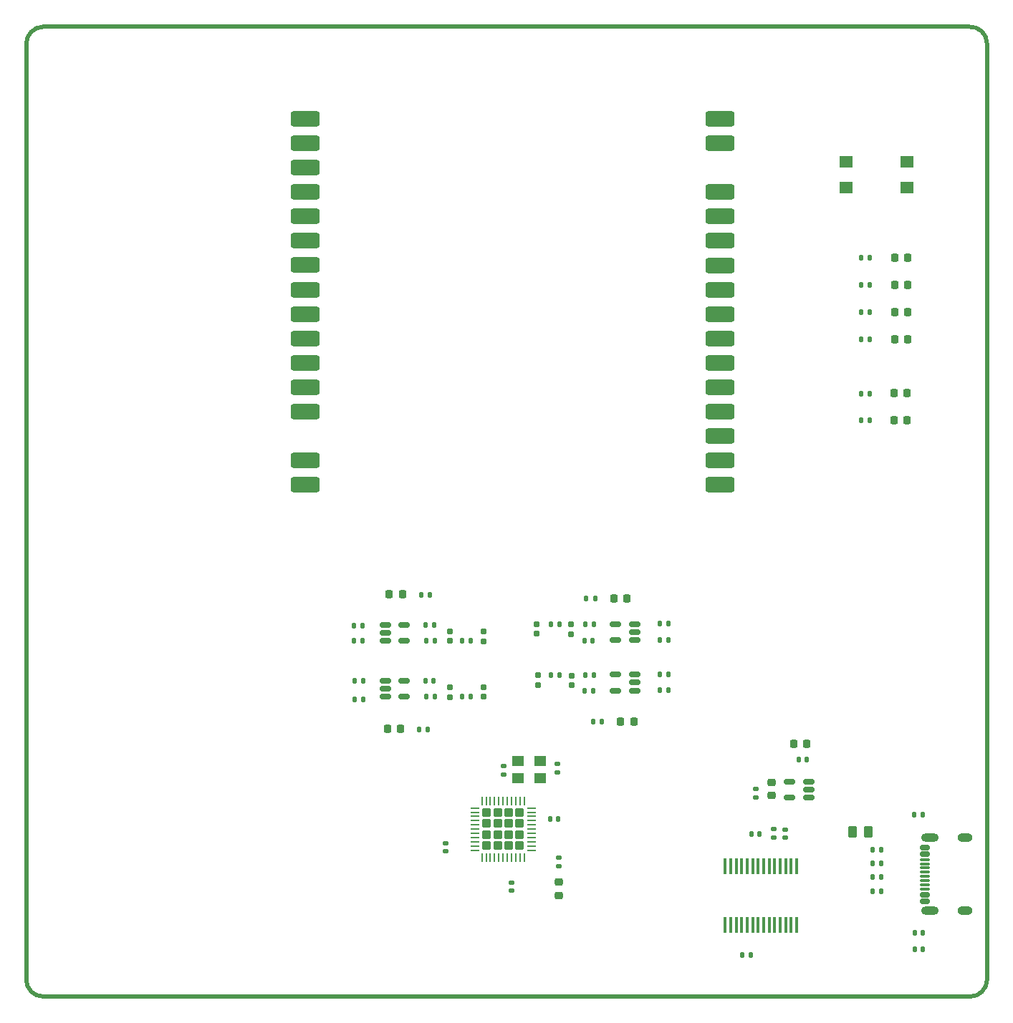
<source format=gbr>
%TF.GenerationSoftware,KiCad,Pcbnew,9.0.6*%
%TF.CreationDate,2026-01-20T12:02:49+00:00*%
%TF.ProjectId,OE PyBoard tester,4f452050-7942-46f6-9172-642074657374,rev?*%
%TF.SameCoordinates,Original*%
%TF.FileFunction,Paste,Top*%
%TF.FilePolarity,Positive*%
%FSLAX46Y46*%
G04 Gerber Fmt 4.6, Leading zero omitted, Abs format (unit mm)*
G04 Created by KiCad (PCBNEW 9.0.6) date 2026-01-20 12:02:49*
%MOMM*%
%LPD*%
G01*
G04 APERTURE LIST*
G04 Aperture macros list*
%AMRoundRect*
0 Rectangle with rounded corners*
0 $1 Rounding radius*
0 $2 $3 $4 $5 $6 $7 $8 $9 X,Y pos of 4 corners*
0 Add a 4 corners polygon primitive as box body*
4,1,4,$2,$3,$4,$5,$6,$7,$8,$9,$2,$3,0*
0 Add four circle primitives for the rounded corners*
1,1,$1+$1,$2,$3*
1,1,$1+$1,$4,$5*
1,1,$1+$1,$6,$7*
1,1,$1+$1,$8,$9*
0 Add four rect primitives between the rounded corners*
20,1,$1+$1,$2,$3,$4,$5,0*
20,1,$1+$1,$4,$5,$6,$7,0*
20,1,$1+$1,$6,$7,$8,$9,0*
20,1,$1+$1,$8,$9,$2,$3,0*%
G04 Aperture macros list end*
%ADD10RoundRect,0.135000X0.135000X0.185000X-0.135000X0.185000X-0.135000X-0.185000X0.135000X-0.185000X0*%
%ADD11RoundRect,0.250000X-1.450000X-0.650000X1.450000X-0.650000X1.450000X0.650000X-1.450000X0.650000X0*%
%ADD12RoundRect,0.140000X0.140000X0.170000X-0.140000X0.170000X-0.140000X-0.170000X0.140000X-0.170000X0*%
%ADD13R,1.600000X1.400000*%
%ADD14RoundRect,0.135000X-0.135000X-0.185000X0.135000X-0.185000X0.135000X0.185000X-0.135000X0.185000X0*%
%ADD15RoundRect,0.218750X0.218750X0.256250X-0.218750X0.256250X-0.218750X-0.256250X0.218750X-0.256250X0*%
%ADD16RoundRect,0.100000X0.100000X-0.850000X0.100000X0.850000X-0.100000X0.850000X-0.100000X-0.850000X0*%
%ADD17RoundRect,0.250000X0.262500X0.450000X-0.262500X0.450000X-0.262500X-0.450000X0.262500X-0.450000X0*%
%ADD18RoundRect,0.155000X0.155000X-0.212500X0.155000X0.212500X-0.155000X0.212500X-0.155000X-0.212500X0*%
%ADD19RoundRect,0.155000X-0.155000X0.212500X-0.155000X-0.212500X0.155000X-0.212500X0.155000X0.212500X0*%
%ADD20RoundRect,0.150000X0.512500X0.150000X-0.512500X0.150000X-0.512500X-0.150000X0.512500X-0.150000X0*%
%ADD21RoundRect,0.140000X-0.140000X-0.170000X0.140000X-0.170000X0.140000X0.170000X-0.140000X0.170000X0*%
%ADD22RoundRect,0.218750X0.256250X-0.218750X0.256250X0.218750X-0.256250X0.218750X-0.256250X-0.218750X0*%
%ADD23RoundRect,0.150000X-0.512500X-0.150000X0.512500X-0.150000X0.512500X0.150000X-0.512500X0.150000X0*%
%ADD24RoundRect,0.140000X0.170000X-0.140000X0.170000X0.140000X-0.170000X0.140000X-0.170000X-0.140000X0*%
%ADD25R,1.400000X1.200000*%
%ADD26RoundRect,0.135000X-0.185000X0.135000X-0.185000X-0.135000X0.185000X-0.135000X0.185000X0.135000X0*%
%ADD27RoundRect,0.140000X-0.170000X0.140000X-0.170000X-0.140000X0.170000X-0.140000X0.170000X0.140000X0*%
%ADD28RoundRect,0.135000X0.185000X-0.135000X0.185000X0.135000X-0.185000X0.135000X-0.185000X-0.135000X0*%
%ADD29RoundRect,0.218750X-0.218750X-0.256250X0.218750X-0.256250X0.218750X0.256250X-0.218750X0.256250X0*%
%ADD30RoundRect,0.250000X-0.275000X-0.275000X0.275000X-0.275000X0.275000X0.275000X-0.275000X0.275000X0*%
%ADD31RoundRect,0.062500X-0.475000X-0.062500X0.475000X-0.062500X0.475000X0.062500X-0.475000X0.062500X0*%
%ADD32RoundRect,0.062500X-0.062500X-0.475000X0.062500X-0.475000X0.062500X0.475000X-0.062500X0.475000X0*%
%ADD33RoundRect,0.225000X0.250000X-0.225000X0.250000X0.225000X-0.250000X0.225000X-0.250000X-0.225000X0*%
%ADD34RoundRect,0.150000X0.425000X-0.150000X0.425000X0.150000X-0.425000X0.150000X-0.425000X-0.150000X0*%
%ADD35RoundRect,0.075000X0.500000X-0.075000X0.500000X0.075000X-0.500000X0.075000X-0.500000X-0.075000X0*%
%ADD36O,2.100000X1.000000*%
%ADD37O,1.800000X1.000000*%
%ADD38RoundRect,0.225000X0.225000X0.250000X-0.225000X0.250000X-0.225000X-0.250000X0.225000X-0.250000X0*%
%TA.AperFunction,Profile*%
%ADD39C,0.500000*%
%TD*%
G04 APERTURE END LIST*
D10*
%TO.C,R16*%
X182465000Y-80075000D03*
X183485000Y-80075000D03*
%TD*%
D11*
%TO.C,TP1*%
X116790681Y-47583189D03*
%TD*%
D12*
%TO.C,C11*%
X176030000Y-123352500D03*
X175070000Y-123352500D03*
%TD*%
D11*
%TO.C,TP11*%
X116790681Y-62016522D03*
%TD*%
D13*
%TO.C,SW1*%
X187850000Y-55700000D03*
X180650000Y-55700000D03*
X187850000Y-52700000D03*
X180650000Y-52700000D03*
%TD*%
D14*
%TO.C,R32*%
X135290000Y-115956800D03*
X136310000Y-115956800D03*
%TD*%
D15*
%TO.C,D8*%
X187987500Y-70450000D03*
X186412500Y-70450000D03*
%TD*%
%TO.C,D11*%
X187925000Y-83225000D03*
X186350000Y-83225000D03*
%TD*%
D14*
%TO.C,R3*%
X183840000Y-137300000D03*
X184860000Y-137300000D03*
%TD*%
D16*
%TO.C,U2*%
X166400000Y-142950000D03*
X167050000Y-142950000D03*
X167700000Y-142950000D03*
X168350000Y-142950000D03*
X169000000Y-142950000D03*
X169650000Y-142950000D03*
X170300000Y-142950000D03*
X170950000Y-142950000D03*
X171600000Y-142950000D03*
X172250000Y-142950000D03*
X172900000Y-142950000D03*
X173550000Y-142950000D03*
X174200000Y-142950000D03*
X174850000Y-142950000D03*
X174850000Y-135950000D03*
X174200000Y-135950000D03*
X173550000Y-135950000D03*
X172900000Y-135950000D03*
X172250000Y-135950000D03*
X171600000Y-135950000D03*
X170950000Y-135950000D03*
X170300000Y-135950000D03*
X169650000Y-135950000D03*
X169000000Y-135950000D03*
X168350000Y-135950000D03*
X167700000Y-135950000D03*
X167050000Y-135950000D03*
X166400000Y-135950000D03*
%TD*%
D10*
%TO.C,R2*%
X184860000Y-134000000D03*
X183840000Y-134000000D03*
%TD*%
%TO.C,R17*%
X183485000Y-83225000D03*
X182465000Y-83225000D03*
%TD*%
D17*
%TO.C,L1*%
X183312500Y-131900000D03*
X181487500Y-131900000D03*
%TD*%
D14*
%TO.C,R25*%
X131040000Y-109343700D03*
X132060000Y-109343700D03*
%TD*%
%TO.C,R11*%
X130261200Y-119778000D03*
X131281200Y-119778000D03*
%TD*%
D12*
%TO.C,C7*%
X170472500Y-132150000D03*
X169512500Y-132150000D03*
%TD*%
D14*
%TO.C,R28*%
X122540000Y-109306800D03*
X123560000Y-109306800D03*
%TD*%
D18*
%TO.C,C15*%
X137850000Y-109361200D03*
X137850000Y-108226200D03*
%TD*%
D12*
%TO.C,C26*%
X150730000Y-109300000D03*
X149770000Y-109300000D03*
%TD*%
D19*
%TO.C,C17*%
X148200000Y-107393700D03*
X148200000Y-108528700D03*
%TD*%
D14*
%TO.C,R10*%
X130511200Y-103867600D03*
X131531200Y-103867600D03*
%TD*%
%TO.C,R36*%
X122590000Y-116256800D03*
X123610000Y-116256800D03*
%TD*%
D10*
%TO.C,R34*%
X150860000Y-113361200D03*
X149840000Y-113361200D03*
%TD*%
%TO.C,R1*%
X184860000Y-138950000D03*
X183840000Y-138950000D03*
%TD*%
%TO.C,R13*%
X183472500Y-67205200D03*
X182452500Y-67205200D03*
%TD*%
D20*
%TO.C,U8*%
X155687500Y-115211200D03*
X155687500Y-114261200D03*
X155687500Y-113311200D03*
X153412500Y-113311200D03*
X153412500Y-115211200D03*
%TD*%
D15*
%TO.C,D3*%
X155587500Y-118861200D03*
X154012500Y-118861200D03*
%TD*%
D11*
%TO.C,TP22*%
X165814000Y-76461467D03*
%TD*%
D14*
%TO.C,R24*%
X135290000Y-109343700D03*
X136310000Y-109343700D03*
%TD*%
D10*
%TO.C,R37*%
X159710000Y-115161200D03*
X158690000Y-115161200D03*
%TD*%
D11*
%TO.C,TP24*%
X165814000Y-79348133D03*
%TD*%
D21*
%TO.C,C23*%
X130970000Y-114056800D03*
X131930000Y-114056800D03*
%TD*%
D10*
%TO.C,R14*%
X183472500Y-70427600D03*
X182452500Y-70427600D03*
%TD*%
D14*
%TO.C,R33*%
X131040000Y-115956800D03*
X132060000Y-115956800D03*
%TD*%
D21*
%TO.C,C8*%
X168437500Y-146517500D03*
X169397500Y-146517500D03*
%TD*%
D22*
%TO.C,D1*%
X146750000Y-139437500D03*
X146750000Y-137862500D03*
%TD*%
D21*
%TO.C,C24*%
X131020000Y-107443700D03*
X131980000Y-107443700D03*
%TD*%
D11*
%TO.C,TP3*%
X116790681Y-50469856D03*
%TD*%
D18*
%TO.C,C19*%
X137850000Y-115924300D03*
X137850000Y-114789300D03*
%TD*%
D10*
%TO.C,R35*%
X146860000Y-113411200D03*
X145840000Y-113411200D03*
%TD*%
D12*
%TO.C,C25*%
X150780000Y-115261200D03*
X149820000Y-115261200D03*
%TD*%
D14*
%TO.C,R23*%
X158680000Y-107311200D03*
X159700000Y-107311200D03*
%TD*%
D23*
%TO.C,U5*%
X126212500Y-107456800D03*
X126212500Y-108406800D03*
X126212500Y-109356800D03*
X128487500Y-109356800D03*
X128487500Y-107456800D03*
%TD*%
D11*
%TO.C,TP32*%
X165814000Y-90894800D03*
%TD*%
D18*
%TO.C,C20*%
X133900000Y-115974300D03*
X133900000Y-114839300D03*
%TD*%
D24*
%TO.C,C14*%
X170050000Y-127830000D03*
X170050000Y-126870000D03*
%TD*%
D10*
%TO.C,R27*%
X146860000Y-107350000D03*
X145840000Y-107350000D03*
%TD*%
%TO.C,R12*%
X183481200Y-63982800D03*
X182461200Y-63982800D03*
%TD*%
D11*
%TO.C,TP14*%
X165814000Y-64914800D03*
%TD*%
D23*
%TO.C,U7*%
X126212500Y-114056800D03*
X126212500Y-115006800D03*
X126212500Y-115956800D03*
X128487500Y-115956800D03*
X128487500Y-114056800D03*
%TD*%
D25*
%TO.C,X1*%
X144554000Y-123584596D03*
X141954000Y-123584596D03*
X141954000Y-125584606D03*
X144554000Y-125584606D03*
%TD*%
D10*
%TO.C,R26*%
X150860000Y-107400000D03*
X149840000Y-107400000D03*
%TD*%
D11*
%TO.C,TP25*%
X116790681Y-82223189D03*
%TD*%
D21*
%TO.C,C6*%
X188820000Y-145800000D03*
X189780000Y-145800000D03*
%TD*%
D11*
%TO.C,TP17*%
X116790681Y-70676522D03*
%TD*%
D20*
%TO.C,U3*%
X176287500Y-127900000D03*
X176287500Y-126950000D03*
X176287500Y-126000000D03*
X174012500Y-126000000D03*
X174012500Y-127900000D03*
%TD*%
D11*
%TO.C,TP10*%
X165814000Y-59141467D03*
%TD*%
%TO.C,TP9*%
X116790681Y-59129856D03*
%TD*%
D26*
%TO.C,R6*%
X172150000Y-131590000D03*
X172150000Y-132610000D03*
%TD*%
D27*
%TO.C,C2*%
X141154000Y-137920000D03*
X141154000Y-138880000D03*
%TD*%
D21*
%TO.C,C3*%
X145720000Y-130400000D03*
X146680000Y-130400000D03*
%TD*%
D28*
%TO.C,R7*%
X146750000Y-135960000D03*
X146750000Y-134940000D03*
%TD*%
D29*
%TO.C,D4*%
X126712500Y-103856800D03*
X128287500Y-103856800D03*
%TD*%
D11*
%TO.C,TP21*%
X116790681Y-76449856D03*
%TD*%
D10*
%TO.C,R15*%
X183481200Y-73650000D03*
X182461200Y-73650000D03*
%TD*%
D11*
%TO.C,TP20*%
X165814000Y-73574800D03*
%TD*%
%TO.C,TP26*%
X165814000Y-82234800D03*
%TD*%
D15*
%TO.C,D10*%
X187925000Y-80025000D03*
X186350000Y-80025000D03*
%TD*%
D30*
%TO.C,U1*%
X138200000Y-129650000D03*
X138200000Y-130950000D03*
X138200000Y-132250000D03*
X138200000Y-133550000D03*
X139500000Y-129650000D03*
X139500000Y-130950000D03*
X139500000Y-132250000D03*
X139500000Y-133550000D03*
X140800000Y-129650000D03*
X140800000Y-130950000D03*
X140800000Y-132250000D03*
X140800000Y-133550000D03*
X142100000Y-129650000D03*
X142100000Y-130950000D03*
X142100000Y-132250000D03*
X142100000Y-133550000D03*
D31*
X136812500Y-129100000D03*
X136812500Y-129600000D03*
X136812500Y-130100000D03*
X136812500Y-130600000D03*
X136812500Y-131100000D03*
X136812500Y-131600000D03*
X136812500Y-132100000D03*
X136812500Y-132600000D03*
X136812500Y-133100000D03*
X136812500Y-133600000D03*
X136812500Y-134100000D03*
D32*
X137650000Y-134937500D03*
X138150000Y-134937500D03*
X138650000Y-134937500D03*
X139150000Y-134937500D03*
X139650000Y-134937500D03*
X140150000Y-134937500D03*
X140650000Y-134937500D03*
X141150000Y-134937500D03*
X141650000Y-134937500D03*
X142150000Y-134937500D03*
X142650000Y-134937500D03*
D31*
X143487500Y-134100000D03*
X143487500Y-133600000D03*
X143487500Y-133100000D03*
X143487500Y-132600000D03*
X143487500Y-132100000D03*
X143487500Y-131600000D03*
X143487500Y-131100000D03*
X143487500Y-130600000D03*
X143487500Y-130100000D03*
X143487500Y-129600000D03*
X143487500Y-129100000D03*
D32*
X142650000Y-128262500D03*
X142150000Y-128262500D03*
X141650000Y-128262500D03*
X141150000Y-128262500D03*
X140650000Y-128262500D03*
X140150000Y-128262500D03*
X139650000Y-128262500D03*
X139150000Y-128262500D03*
X138650000Y-128262500D03*
X138150000Y-128262500D03*
X137650000Y-128262500D03*
%TD*%
D27*
%TO.C,C4*%
X133350000Y-133270000D03*
X133350000Y-134230000D03*
%TD*%
D24*
%TO.C,C10*%
X146550000Y-124880000D03*
X146550000Y-123920000D03*
%TD*%
D11*
%TO.C,TP28*%
X165814000Y-85121467D03*
%TD*%
%TO.C,TP5*%
X116790681Y-53356522D03*
%TD*%
%TO.C,TP7*%
X116790681Y-56243189D03*
%TD*%
%TO.C,TP30*%
X165814000Y-88008133D03*
%TD*%
%TO.C,TP15*%
X116790681Y-67789856D03*
%TD*%
D19*
%TO.C,C21*%
X148300000Y-113443700D03*
X148300000Y-114578700D03*
%TD*%
D14*
%TO.C,R31*%
X158690000Y-113311200D03*
X159710000Y-113311200D03*
%TD*%
D33*
%TO.C,C13*%
X171900000Y-127625000D03*
X171900000Y-126075000D03*
%TD*%
D19*
%TO.C,C18*%
X144100000Y-107343700D03*
X144100000Y-108478700D03*
%TD*%
D11*
%TO.C,TP13*%
X116790681Y-64903189D03*
%TD*%
D15*
%TO.C,D6*%
X187987500Y-64000000D03*
X186412500Y-64000000D03*
%TD*%
D11*
%TO.C,TP12*%
X165814000Y-62028133D03*
%TD*%
D10*
%TO.C,R29*%
X159710000Y-109211200D03*
X158690000Y-109211200D03*
%TD*%
D12*
%TO.C,C5*%
X189780000Y-143900000D03*
X188820000Y-143900000D03*
%TD*%
D11*
%TO.C,TP23*%
X116790681Y-79336522D03*
%TD*%
D27*
%TO.C,C9*%
X173525000Y-131670000D03*
X173525000Y-132630000D03*
%TD*%
D15*
%TO.C,D7*%
X187987500Y-67200000D03*
X186412500Y-67200000D03*
%TD*%
D11*
%TO.C,TP18*%
X165814000Y-70688133D03*
%TD*%
D10*
%TO.C,R8*%
X151013800Y-104321200D03*
X149993800Y-104321200D03*
%TD*%
D19*
%TO.C,C22*%
X144250000Y-113393700D03*
X144250000Y-114528700D03*
%TD*%
D24*
%TO.C,C1*%
X140200000Y-125130000D03*
X140200000Y-124170000D03*
%TD*%
D11*
%TO.C,TP16*%
X165814000Y-67801467D03*
%TD*%
%TO.C,TP2*%
X165814000Y-47594800D03*
%TD*%
D10*
%TO.C,R9*%
X151788800Y-118860800D03*
X150768800Y-118860800D03*
%TD*%
%TO.C,R30*%
X123610000Y-114056800D03*
X122590000Y-114056800D03*
%TD*%
%TO.C,R22*%
X123560000Y-107506800D03*
X122540000Y-107506800D03*
%TD*%
D34*
%TO.C,J1*%
X189995000Y-140150000D03*
X189995000Y-139350000D03*
D35*
X189995000Y-138200000D03*
X189995000Y-137200000D03*
X189995000Y-136700000D03*
X189995000Y-135700000D03*
D34*
X189995000Y-134550000D03*
X189995000Y-133750000D03*
X189995000Y-133750000D03*
X189995000Y-134550000D03*
D35*
X189995000Y-135200000D03*
X189995000Y-136200000D03*
X189995000Y-137700000D03*
X189995000Y-138700000D03*
D34*
X189995000Y-139350000D03*
X189995000Y-140150000D03*
D36*
X190570000Y-141270000D03*
D37*
X194750000Y-141270000D03*
D36*
X190570000Y-132630000D03*
D37*
X194750000Y-132630000D03*
%TD*%
D29*
%TO.C,D5*%
X126462500Y-119756800D03*
X128037500Y-119756800D03*
%TD*%
D15*
%TO.C,D2*%
X154812500Y-104311200D03*
X153237500Y-104311200D03*
%TD*%
D11*
%TO.C,TP8*%
X165814000Y-56254800D03*
%TD*%
D18*
%TO.C,C16*%
X133900000Y-109311200D03*
X133900000Y-108176200D03*
%TD*%
D14*
%TO.C,R4*%
X183840000Y-135650000D03*
X184860000Y-135650000D03*
%TD*%
D20*
%TO.C,U6*%
X155687500Y-109261200D03*
X155687500Y-108311200D03*
X155687500Y-107361200D03*
X153412500Y-107361200D03*
X153412500Y-109261200D03*
%TD*%
D14*
%TO.C,R5*%
X188740000Y-129900000D03*
X189760000Y-129900000D03*
%TD*%
D11*
%TO.C,TP19*%
X116790681Y-73563189D03*
%TD*%
%TO.C,TP31*%
X116790681Y-90883189D03*
%TD*%
D15*
%TO.C,D9*%
X187987500Y-73650000D03*
X186412500Y-73650000D03*
%TD*%
D38*
%TO.C,C12*%
X176025000Y-121552500D03*
X174475000Y-121552500D03*
%TD*%
D11*
%TO.C,TP4*%
X165814000Y-50481467D03*
%TD*%
%TO.C,TP29*%
X116790681Y-87996522D03*
%TD*%
D39*
X197350000Y-38700000D02*
X197350000Y-149400000D01*
X85800000Y-151400000D02*
G75*
G02*
X83800000Y-149400000I0J2000000D01*
G01*
X85792517Y-36714214D02*
X195250000Y-36700000D01*
X195350000Y-151400000D02*
X85800000Y-151400000D01*
X195250000Y-36700000D02*
G75*
G02*
X197349980Y-38700000I97600J-2000000D01*
G01*
X83800000Y-149400000D02*
X83800000Y-38714214D01*
X197350000Y-149400000D02*
G75*
G02*
X195350000Y-151400000I-2000000J0D01*
G01*
X83800000Y-38714214D02*
G75*
G02*
X85800000Y-36714200I2000000J14D01*
G01*
M02*

</source>
